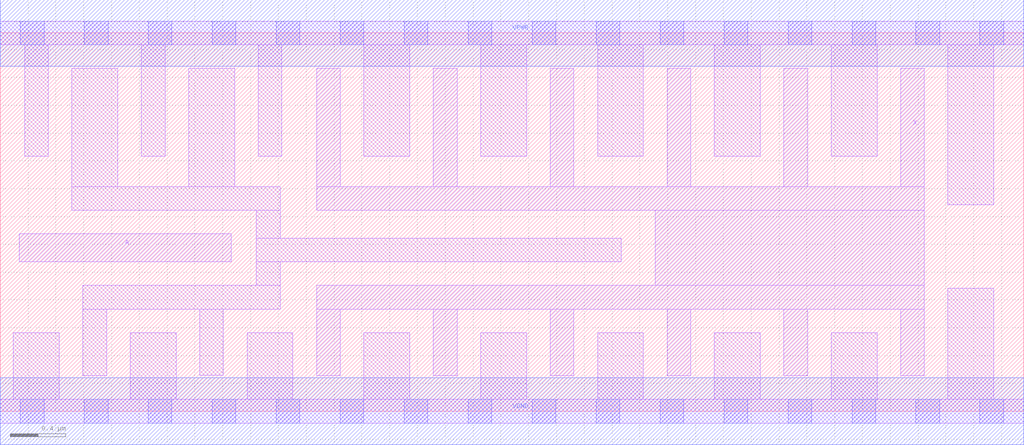
<source format=lef>
# Copyright 2020 The SkyWater PDK Authors
#
# Licensed under the Apache License, Version 2.0 (the "License");
# you may not use this file except in compliance with the License.
# You may obtain a copy of the License at
#
#     https://www.apache.org/licenses/LICENSE-2.0
#
# Unless required by applicable law or agreed to in writing, software
# distributed under the License is distributed on an "AS IS" BASIS,
# WITHOUT WARRANTIES OR CONDITIONS OF ANY KIND, either express or implied.
# See the License for the specific language governing permissions and
# limitations under the License.
#
# SPDX-License-Identifier: Apache-2.0

VERSION 5.7 ;
  NAMESCASESENSITIVE ON ;
  NOWIREEXTENSIONATPIN ON ;
  DIVIDERCHAR "/" ;
  BUSBITCHARS "[]" ;
UNITS
  DATABASE MICRONS 200 ;
END UNITS
MACRO sky130_fd_sc_hd__buf_12
  CLASS CORE ;
  FOREIGN sky130_fd_sc_hd__buf_12 ;
  ORIGIN  0.000000  0.000000 ;
  SIZE  7.360000 BY  2.720000 ;
  SYMMETRY X Y R90 ;
  SITE unithd ;
  PIN A
    ANTENNAGATEAREA  0.990000 ;
    DIRECTION INPUT ;
    USE SIGNAL ;
    PORT
      LAYER li1 ;
        RECT 0.135000 1.075000 1.660000 1.275000 ;
    END
  END A
  PIN X
    ANTENNADIFFAREA  2.673000 ;
    DIRECTION OUTPUT ;
    USE SIGNAL ;
    PORT
      LAYER li1 ;
        RECT 2.275000 0.255000 2.445000 0.735000 ;
        RECT 2.275000 0.735000 6.645000 0.905000 ;
        RECT 2.275000 1.445000 6.645000 1.615000 ;
        RECT 2.275000 1.615000 2.445000 2.465000 ;
        RECT 3.115000 0.255000 3.285000 0.735000 ;
        RECT 3.115000 1.615000 3.285000 2.465000 ;
        RECT 3.955000 0.255000 4.125000 0.735000 ;
        RECT 3.955000 1.615000 4.125000 2.465000 ;
        RECT 4.710000 0.905000 6.645000 1.445000 ;
        RECT 4.795000 0.255000 4.965000 0.735000 ;
        RECT 4.795000 1.615000 4.965000 2.465000 ;
        RECT 5.635000 0.255000 5.805000 0.735000 ;
        RECT 5.635000 1.615000 5.805000 2.465000 ;
        RECT 6.475000 0.255000 6.645000 0.735000 ;
        RECT 6.475000 1.615000 6.645000 2.465000 ;
    END
  END X
  PIN VGND
    DIRECTION INOUT ;
    SHAPE ABUTMENT ;
    USE GROUND ;
    PORT
      LAYER met1 ;
        RECT 0.000000 -0.240000 7.360000 0.240000 ;
    END
  END VGND
  PIN VPWR
    DIRECTION INOUT ;
    SHAPE ABUTMENT ;
    USE POWER ;
    PORT
      LAYER met1 ;
        RECT 0.000000 2.480000 7.360000 2.960000 ;
    END
  END VPWR
  OBS
    LAYER li1 ;
      RECT 0.000000 -0.085000 7.360000 0.085000 ;
      RECT 0.000000  2.635000 7.360000 2.805000 ;
      RECT 0.095000  0.085000 0.425000 0.565000 ;
      RECT 0.175000  1.835000 0.345000 2.635000 ;
      RECT 0.515000  1.445000 2.015000 1.615000 ;
      RECT 0.515000  1.615000 0.845000 2.465000 ;
      RECT 0.595000  0.255000 0.765000 0.735000 ;
      RECT 0.595000  0.735000 2.015000 0.905000 ;
      RECT 0.935000  0.085000 1.265000 0.565000 ;
      RECT 1.015000  1.835000 1.185000 2.635000 ;
      RECT 1.355000  1.615000 1.685000 2.465000 ;
      RECT 1.435000  0.260000 1.605000 0.735000 ;
      RECT 1.775000  0.085000 2.105000 0.565000 ;
      RECT 1.840000  0.905000 2.015000 1.075000 ;
      RECT 1.840000  1.075000 4.465000 1.245000 ;
      RECT 1.840000  1.245000 2.015000 1.445000 ;
      RECT 1.855000  1.835000 2.025000 2.635000 ;
      RECT 2.615000  0.085000 2.945000 0.565000 ;
      RECT 2.615000  1.835000 2.945000 2.635000 ;
      RECT 3.455000  0.085000 3.785000 0.565000 ;
      RECT 3.455000  1.835000 3.785000 2.635000 ;
      RECT 4.295000  0.085000 4.625000 0.565000 ;
      RECT 4.295000  1.835000 4.625000 2.635000 ;
      RECT 5.135000  0.085000 5.465000 0.565000 ;
      RECT 5.135000  1.835000 5.465000 2.635000 ;
      RECT 5.975000  0.085000 6.305000 0.565000 ;
      RECT 5.975000  1.835000 6.305000 2.635000 ;
      RECT 6.815000  0.085000 7.145000 0.885000 ;
      RECT 6.815000  1.485000 7.145000 2.635000 ;
    LAYER mcon ;
      RECT 0.145000 -0.085000 0.315000 0.085000 ;
      RECT 0.145000  2.635000 0.315000 2.805000 ;
      RECT 0.605000 -0.085000 0.775000 0.085000 ;
      RECT 0.605000  2.635000 0.775000 2.805000 ;
      RECT 1.065000 -0.085000 1.235000 0.085000 ;
      RECT 1.065000  2.635000 1.235000 2.805000 ;
      RECT 1.525000 -0.085000 1.695000 0.085000 ;
      RECT 1.525000  2.635000 1.695000 2.805000 ;
      RECT 1.985000 -0.085000 2.155000 0.085000 ;
      RECT 1.985000  2.635000 2.155000 2.805000 ;
      RECT 2.445000 -0.085000 2.615000 0.085000 ;
      RECT 2.445000  2.635000 2.615000 2.805000 ;
      RECT 2.905000 -0.085000 3.075000 0.085000 ;
      RECT 2.905000  2.635000 3.075000 2.805000 ;
      RECT 3.365000 -0.085000 3.535000 0.085000 ;
      RECT 3.365000  2.635000 3.535000 2.805000 ;
      RECT 3.825000 -0.085000 3.995000 0.085000 ;
      RECT 3.825000  2.635000 3.995000 2.805000 ;
      RECT 4.285000 -0.085000 4.455000 0.085000 ;
      RECT 4.285000  2.635000 4.455000 2.805000 ;
      RECT 4.745000 -0.085000 4.915000 0.085000 ;
      RECT 4.745000  2.635000 4.915000 2.805000 ;
      RECT 5.205000 -0.085000 5.375000 0.085000 ;
      RECT 5.205000  2.635000 5.375000 2.805000 ;
      RECT 5.665000 -0.085000 5.835000 0.085000 ;
      RECT 5.665000  2.635000 5.835000 2.805000 ;
      RECT 6.125000 -0.085000 6.295000 0.085000 ;
      RECT 6.125000  2.635000 6.295000 2.805000 ;
      RECT 6.585000 -0.085000 6.755000 0.085000 ;
      RECT 6.585000  2.635000 6.755000 2.805000 ;
      RECT 7.045000 -0.085000 7.215000 0.085000 ;
      RECT 7.045000  2.635000 7.215000 2.805000 ;
  END
END sky130_fd_sc_hd__buf_12
END LIBRARY

</source>
